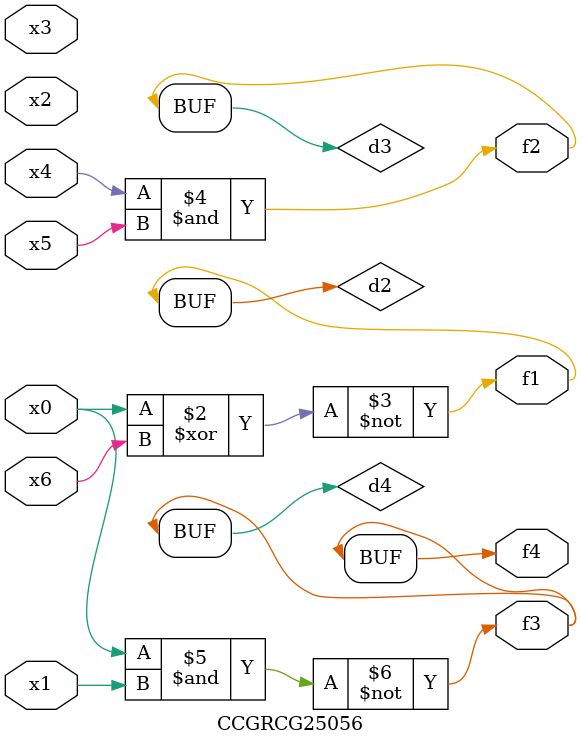
<source format=v>
module CCGRCG25056(
	input x0, x1, x2, x3, x4, x5, x6,
	output f1, f2, f3, f4
);

	wire d1, d2, d3, d4;

	nor (d1, x0);
	xnor (d2, x0, x6);
	and (d3, x4, x5);
	nand (d4, x0, x1);
	assign f1 = d2;
	assign f2 = d3;
	assign f3 = d4;
	assign f4 = d4;
endmodule

</source>
